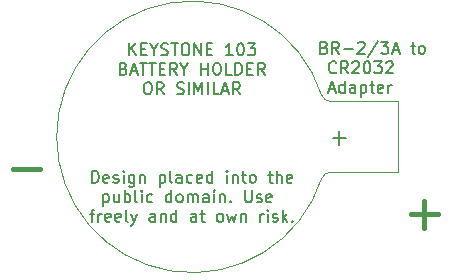
<source format=gto>
%TF.GenerationSoftware,KiCad,Pcbnew,(5.1.9)-1*%
%TF.CreationDate,2021-07-26T22:04:17+08:00*%
%TF.ProjectId,BR-2slash3A,42522d32-736c-4617-9368-33412e6b6963,rev?*%
%TF.SameCoordinates,Original*%
%TF.FileFunction,Legend,Top*%
%TF.FilePolarity,Positive*%
%FSLAX46Y46*%
G04 Gerber Fmt 4.6, Leading zero omitted, Abs format (unit mm)*
G04 Created by KiCad (PCBNEW (5.1.9)-1) date 2021-07-26 22:04:17*
%MOMM*%
%LPD*%
G01*
G04 APERTURE LIST*
%ADD10C,0.150000*%
%ADD11C,0.450000*%
%ADD12C,0.120000*%
G04 APERTURE END LIST*
D10*
X124262619Y-88972380D02*
X124262619Y-87972380D01*
X124500714Y-87972380D01*
X124643571Y-88020000D01*
X124738809Y-88115238D01*
X124786428Y-88210476D01*
X124834047Y-88400952D01*
X124834047Y-88543809D01*
X124786428Y-88734285D01*
X124738809Y-88829523D01*
X124643571Y-88924761D01*
X124500714Y-88972380D01*
X124262619Y-88972380D01*
X125643571Y-88924761D02*
X125548333Y-88972380D01*
X125357857Y-88972380D01*
X125262619Y-88924761D01*
X125215000Y-88829523D01*
X125215000Y-88448571D01*
X125262619Y-88353333D01*
X125357857Y-88305714D01*
X125548333Y-88305714D01*
X125643571Y-88353333D01*
X125691190Y-88448571D01*
X125691190Y-88543809D01*
X125215000Y-88639047D01*
X126072142Y-88924761D02*
X126167380Y-88972380D01*
X126357857Y-88972380D01*
X126453095Y-88924761D01*
X126500714Y-88829523D01*
X126500714Y-88781904D01*
X126453095Y-88686666D01*
X126357857Y-88639047D01*
X126215000Y-88639047D01*
X126119761Y-88591428D01*
X126072142Y-88496190D01*
X126072142Y-88448571D01*
X126119761Y-88353333D01*
X126215000Y-88305714D01*
X126357857Y-88305714D01*
X126453095Y-88353333D01*
X126929285Y-88972380D02*
X126929285Y-88305714D01*
X126929285Y-87972380D02*
X126881666Y-88020000D01*
X126929285Y-88067619D01*
X126976904Y-88020000D01*
X126929285Y-87972380D01*
X126929285Y-88067619D01*
X127834047Y-88305714D02*
X127834047Y-89115238D01*
X127786428Y-89210476D01*
X127738809Y-89258095D01*
X127643571Y-89305714D01*
X127500714Y-89305714D01*
X127405476Y-89258095D01*
X127834047Y-88924761D02*
X127738809Y-88972380D01*
X127548333Y-88972380D01*
X127453095Y-88924761D01*
X127405476Y-88877142D01*
X127357857Y-88781904D01*
X127357857Y-88496190D01*
X127405476Y-88400952D01*
X127453095Y-88353333D01*
X127548333Y-88305714D01*
X127738809Y-88305714D01*
X127834047Y-88353333D01*
X128310238Y-88305714D02*
X128310238Y-88972380D01*
X128310238Y-88400952D02*
X128357857Y-88353333D01*
X128453095Y-88305714D01*
X128595952Y-88305714D01*
X128691190Y-88353333D01*
X128738809Y-88448571D01*
X128738809Y-88972380D01*
X129976904Y-88305714D02*
X129976904Y-89305714D01*
X129976904Y-88353333D02*
X130072142Y-88305714D01*
X130262619Y-88305714D01*
X130357857Y-88353333D01*
X130405476Y-88400952D01*
X130453095Y-88496190D01*
X130453095Y-88781904D01*
X130405476Y-88877142D01*
X130357857Y-88924761D01*
X130262619Y-88972380D01*
X130072142Y-88972380D01*
X129976904Y-88924761D01*
X131024523Y-88972380D02*
X130929285Y-88924761D01*
X130881666Y-88829523D01*
X130881666Y-87972380D01*
X131834047Y-88972380D02*
X131834047Y-88448571D01*
X131786428Y-88353333D01*
X131691190Y-88305714D01*
X131500714Y-88305714D01*
X131405476Y-88353333D01*
X131834047Y-88924761D02*
X131738809Y-88972380D01*
X131500714Y-88972380D01*
X131405476Y-88924761D01*
X131357857Y-88829523D01*
X131357857Y-88734285D01*
X131405476Y-88639047D01*
X131500714Y-88591428D01*
X131738809Y-88591428D01*
X131834047Y-88543809D01*
X132738809Y-88924761D02*
X132643571Y-88972380D01*
X132453095Y-88972380D01*
X132357857Y-88924761D01*
X132310238Y-88877142D01*
X132262619Y-88781904D01*
X132262619Y-88496190D01*
X132310238Y-88400952D01*
X132357857Y-88353333D01*
X132453095Y-88305714D01*
X132643571Y-88305714D01*
X132738809Y-88353333D01*
X133548333Y-88924761D02*
X133453095Y-88972380D01*
X133262619Y-88972380D01*
X133167380Y-88924761D01*
X133119761Y-88829523D01*
X133119761Y-88448571D01*
X133167380Y-88353333D01*
X133262619Y-88305714D01*
X133453095Y-88305714D01*
X133548333Y-88353333D01*
X133595952Y-88448571D01*
X133595952Y-88543809D01*
X133119761Y-88639047D01*
X134453095Y-88972380D02*
X134453095Y-87972380D01*
X134453095Y-88924761D02*
X134357857Y-88972380D01*
X134167380Y-88972380D01*
X134072142Y-88924761D01*
X134024523Y-88877142D01*
X133976904Y-88781904D01*
X133976904Y-88496190D01*
X134024523Y-88400952D01*
X134072142Y-88353333D01*
X134167380Y-88305714D01*
X134357857Y-88305714D01*
X134453095Y-88353333D01*
X135691190Y-88972380D02*
X135691190Y-88305714D01*
X135691190Y-87972380D02*
X135643571Y-88020000D01*
X135691190Y-88067619D01*
X135738809Y-88020000D01*
X135691190Y-87972380D01*
X135691190Y-88067619D01*
X136167380Y-88305714D02*
X136167380Y-88972380D01*
X136167380Y-88400952D02*
X136215000Y-88353333D01*
X136310238Y-88305714D01*
X136453095Y-88305714D01*
X136548333Y-88353333D01*
X136595952Y-88448571D01*
X136595952Y-88972380D01*
X136929285Y-88305714D02*
X137310238Y-88305714D01*
X137072142Y-87972380D02*
X137072142Y-88829523D01*
X137119761Y-88924761D01*
X137215000Y-88972380D01*
X137310238Y-88972380D01*
X137786428Y-88972380D02*
X137691190Y-88924761D01*
X137643571Y-88877142D01*
X137595952Y-88781904D01*
X137595952Y-88496190D01*
X137643571Y-88400952D01*
X137691190Y-88353333D01*
X137786428Y-88305714D01*
X137929285Y-88305714D01*
X138024523Y-88353333D01*
X138072142Y-88400952D01*
X138119761Y-88496190D01*
X138119761Y-88781904D01*
X138072142Y-88877142D01*
X138024523Y-88924761D01*
X137929285Y-88972380D01*
X137786428Y-88972380D01*
X139167380Y-88305714D02*
X139548333Y-88305714D01*
X139310238Y-87972380D02*
X139310238Y-88829523D01*
X139357857Y-88924761D01*
X139453095Y-88972380D01*
X139548333Y-88972380D01*
X139881666Y-88972380D02*
X139881666Y-87972380D01*
X140310238Y-88972380D02*
X140310238Y-88448571D01*
X140262619Y-88353333D01*
X140167380Y-88305714D01*
X140024523Y-88305714D01*
X139929285Y-88353333D01*
X139881666Y-88400952D01*
X141167380Y-88924761D02*
X141072142Y-88972380D01*
X140881666Y-88972380D01*
X140786428Y-88924761D01*
X140738809Y-88829523D01*
X140738809Y-88448571D01*
X140786428Y-88353333D01*
X140881666Y-88305714D01*
X141072142Y-88305714D01*
X141167380Y-88353333D01*
X141215000Y-88448571D01*
X141215000Y-88543809D01*
X140738809Y-88639047D01*
X125215000Y-89955714D02*
X125215000Y-90955714D01*
X125215000Y-90003333D02*
X125310238Y-89955714D01*
X125500714Y-89955714D01*
X125595952Y-90003333D01*
X125643571Y-90050952D01*
X125691190Y-90146190D01*
X125691190Y-90431904D01*
X125643571Y-90527142D01*
X125595952Y-90574761D01*
X125500714Y-90622380D01*
X125310238Y-90622380D01*
X125215000Y-90574761D01*
X126548333Y-89955714D02*
X126548333Y-90622380D01*
X126119761Y-89955714D02*
X126119761Y-90479523D01*
X126167380Y-90574761D01*
X126262619Y-90622380D01*
X126405476Y-90622380D01*
X126500714Y-90574761D01*
X126548333Y-90527142D01*
X127024523Y-90622380D02*
X127024523Y-89622380D01*
X127024523Y-90003333D02*
X127119761Y-89955714D01*
X127310238Y-89955714D01*
X127405476Y-90003333D01*
X127453095Y-90050952D01*
X127500714Y-90146190D01*
X127500714Y-90431904D01*
X127453095Y-90527142D01*
X127405476Y-90574761D01*
X127310238Y-90622380D01*
X127119761Y-90622380D01*
X127024523Y-90574761D01*
X128072142Y-90622380D02*
X127976904Y-90574761D01*
X127929285Y-90479523D01*
X127929285Y-89622380D01*
X128453095Y-90622380D02*
X128453095Y-89955714D01*
X128453095Y-89622380D02*
X128405476Y-89670000D01*
X128453095Y-89717619D01*
X128500714Y-89670000D01*
X128453095Y-89622380D01*
X128453095Y-89717619D01*
X129357857Y-90574761D02*
X129262619Y-90622380D01*
X129072142Y-90622380D01*
X128976904Y-90574761D01*
X128929285Y-90527142D01*
X128881666Y-90431904D01*
X128881666Y-90146190D01*
X128929285Y-90050952D01*
X128976904Y-90003333D01*
X129072142Y-89955714D01*
X129262619Y-89955714D01*
X129357857Y-90003333D01*
X130976904Y-90622380D02*
X130976904Y-89622380D01*
X130976904Y-90574761D02*
X130881666Y-90622380D01*
X130691190Y-90622380D01*
X130595952Y-90574761D01*
X130548333Y-90527142D01*
X130500714Y-90431904D01*
X130500714Y-90146190D01*
X130548333Y-90050952D01*
X130595952Y-90003333D01*
X130691190Y-89955714D01*
X130881666Y-89955714D01*
X130976904Y-90003333D01*
X131595952Y-90622380D02*
X131500714Y-90574761D01*
X131453095Y-90527142D01*
X131405476Y-90431904D01*
X131405476Y-90146190D01*
X131453095Y-90050952D01*
X131500714Y-90003333D01*
X131595952Y-89955714D01*
X131738809Y-89955714D01*
X131834047Y-90003333D01*
X131881666Y-90050952D01*
X131929285Y-90146190D01*
X131929285Y-90431904D01*
X131881666Y-90527142D01*
X131834047Y-90574761D01*
X131738809Y-90622380D01*
X131595952Y-90622380D01*
X132357857Y-90622380D02*
X132357857Y-89955714D01*
X132357857Y-90050952D02*
X132405476Y-90003333D01*
X132500714Y-89955714D01*
X132643571Y-89955714D01*
X132738809Y-90003333D01*
X132786428Y-90098571D01*
X132786428Y-90622380D01*
X132786428Y-90098571D02*
X132834047Y-90003333D01*
X132929285Y-89955714D01*
X133072142Y-89955714D01*
X133167380Y-90003333D01*
X133215000Y-90098571D01*
X133215000Y-90622380D01*
X134119761Y-90622380D02*
X134119761Y-90098571D01*
X134072142Y-90003333D01*
X133976904Y-89955714D01*
X133786428Y-89955714D01*
X133691190Y-90003333D01*
X134119761Y-90574761D02*
X134024523Y-90622380D01*
X133786428Y-90622380D01*
X133691190Y-90574761D01*
X133643571Y-90479523D01*
X133643571Y-90384285D01*
X133691190Y-90289047D01*
X133786428Y-90241428D01*
X134024523Y-90241428D01*
X134119761Y-90193809D01*
X134595952Y-90622380D02*
X134595952Y-89955714D01*
X134595952Y-89622380D02*
X134548333Y-89670000D01*
X134595952Y-89717619D01*
X134643571Y-89670000D01*
X134595952Y-89622380D01*
X134595952Y-89717619D01*
X135072142Y-89955714D02*
X135072142Y-90622380D01*
X135072142Y-90050952D02*
X135119761Y-90003333D01*
X135215000Y-89955714D01*
X135357857Y-89955714D01*
X135453095Y-90003333D01*
X135500714Y-90098571D01*
X135500714Y-90622380D01*
X135976904Y-90527142D02*
X136024523Y-90574761D01*
X135976904Y-90622380D01*
X135929285Y-90574761D01*
X135976904Y-90527142D01*
X135976904Y-90622380D01*
X137215000Y-89622380D02*
X137215000Y-90431904D01*
X137262619Y-90527142D01*
X137310238Y-90574761D01*
X137405476Y-90622380D01*
X137595952Y-90622380D01*
X137691190Y-90574761D01*
X137738809Y-90527142D01*
X137786428Y-90431904D01*
X137786428Y-89622380D01*
X138215000Y-90574761D02*
X138310238Y-90622380D01*
X138500714Y-90622380D01*
X138595952Y-90574761D01*
X138643571Y-90479523D01*
X138643571Y-90431904D01*
X138595952Y-90336666D01*
X138500714Y-90289047D01*
X138357857Y-90289047D01*
X138262619Y-90241428D01*
X138215000Y-90146190D01*
X138215000Y-90098571D01*
X138262619Y-90003333D01*
X138357857Y-89955714D01*
X138500714Y-89955714D01*
X138595952Y-90003333D01*
X139453095Y-90574761D02*
X139357857Y-90622380D01*
X139167380Y-90622380D01*
X139072142Y-90574761D01*
X139024523Y-90479523D01*
X139024523Y-90098571D01*
X139072142Y-90003333D01*
X139167380Y-89955714D01*
X139357857Y-89955714D01*
X139453095Y-90003333D01*
X139500714Y-90098571D01*
X139500714Y-90193809D01*
X139024523Y-90289047D01*
X124072142Y-91605714D02*
X124453095Y-91605714D01*
X124215000Y-92272380D02*
X124215000Y-91415238D01*
X124262619Y-91320000D01*
X124357857Y-91272380D01*
X124453095Y-91272380D01*
X124786428Y-92272380D02*
X124786428Y-91605714D01*
X124786428Y-91796190D02*
X124834047Y-91700952D01*
X124881666Y-91653333D01*
X124976904Y-91605714D01*
X125072142Y-91605714D01*
X125786428Y-92224761D02*
X125691190Y-92272380D01*
X125500714Y-92272380D01*
X125405476Y-92224761D01*
X125357857Y-92129523D01*
X125357857Y-91748571D01*
X125405476Y-91653333D01*
X125500714Y-91605714D01*
X125691190Y-91605714D01*
X125786428Y-91653333D01*
X125834047Y-91748571D01*
X125834047Y-91843809D01*
X125357857Y-91939047D01*
X126643571Y-92224761D02*
X126548333Y-92272380D01*
X126357857Y-92272380D01*
X126262619Y-92224761D01*
X126215000Y-92129523D01*
X126215000Y-91748571D01*
X126262619Y-91653333D01*
X126357857Y-91605714D01*
X126548333Y-91605714D01*
X126643571Y-91653333D01*
X126691190Y-91748571D01*
X126691190Y-91843809D01*
X126215000Y-91939047D01*
X127262619Y-92272380D02*
X127167380Y-92224761D01*
X127119761Y-92129523D01*
X127119761Y-91272380D01*
X127548333Y-91605714D02*
X127786428Y-92272380D01*
X128024523Y-91605714D02*
X127786428Y-92272380D01*
X127691190Y-92510476D01*
X127643571Y-92558095D01*
X127548333Y-92605714D01*
X129595952Y-92272380D02*
X129595952Y-91748571D01*
X129548333Y-91653333D01*
X129453095Y-91605714D01*
X129262619Y-91605714D01*
X129167380Y-91653333D01*
X129595952Y-92224761D02*
X129500714Y-92272380D01*
X129262619Y-92272380D01*
X129167380Y-92224761D01*
X129119761Y-92129523D01*
X129119761Y-92034285D01*
X129167380Y-91939047D01*
X129262619Y-91891428D01*
X129500714Y-91891428D01*
X129595952Y-91843809D01*
X130072142Y-91605714D02*
X130072142Y-92272380D01*
X130072142Y-91700952D02*
X130119761Y-91653333D01*
X130215000Y-91605714D01*
X130357857Y-91605714D01*
X130453095Y-91653333D01*
X130500714Y-91748571D01*
X130500714Y-92272380D01*
X131405476Y-92272380D02*
X131405476Y-91272380D01*
X131405476Y-92224761D02*
X131310238Y-92272380D01*
X131119761Y-92272380D01*
X131024523Y-92224761D01*
X130976904Y-92177142D01*
X130929285Y-92081904D01*
X130929285Y-91796190D01*
X130976904Y-91700952D01*
X131024523Y-91653333D01*
X131119761Y-91605714D01*
X131310238Y-91605714D01*
X131405476Y-91653333D01*
X133072142Y-92272380D02*
X133072142Y-91748571D01*
X133024523Y-91653333D01*
X132929285Y-91605714D01*
X132738809Y-91605714D01*
X132643571Y-91653333D01*
X133072142Y-92224761D02*
X132976904Y-92272380D01*
X132738809Y-92272380D01*
X132643571Y-92224761D01*
X132595952Y-92129523D01*
X132595952Y-92034285D01*
X132643571Y-91939047D01*
X132738809Y-91891428D01*
X132976904Y-91891428D01*
X133072142Y-91843809D01*
X133405476Y-91605714D02*
X133786428Y-91605714D01*
X133548333Y-91272380D02*
X133548333Y-92129523D01*
X133595952Y-92224761D01*
X133691190Y-92272380D01*
X133786428Y-92272380D01*
X135024523Y-92272380D02*
X134929285Y-92224761D01*
X134881666Y-92177142D01*
X134834047Y-92081904D01*
X134834047Y-91796190D01*
X134881666Y-91700952D01*
X134929285Y-91653333D01*
X135024523Y-91605714D01*
X135167380Y-91605714D01*
X135262619Y-91653333D01*
X135310238Y-91700952D01*
X135357857Y-91796190D01*
X135357857Y-92081904D01*
X135310238Y-92177142D01*
X135262619Y-92224761D01*
X135167380Y-92272380D01*
X135024523Y-92272380D01*
X135691190Y-91605714D02*
X135881666Y-92272380D01*
X136072142Y-91796190D01*
X136262619Y-92272380D01*
X136453095Y-91605714D01*
X136834047Y-91605714D02*
X136834047Y-92272380D01*
X136834047Y-91700952D02*
X136881666Y-91653333D01*
X136976904Y-91605714D01*
X137119761Y-91605714D01*
X137215000Y-91653333D01*
X137262619Y-91748571D01*
X137262619Y-92272380D01*
X138500714Y-92272380D02*
X138500714Y-91605714D01*
X138500714Y-91796190D02*
X138548333Y-91700952D01*
X138595952Y-91653333D01*
X138691190Y-91605714D01*
X138786428Y-91605714D01*
X139119761Y-92272380D02*
X139119761Y-91605714D01*
X139119761Y-91272380D02*
X139072142Y-91320000D01*
X139119761Y-91367619D01*
X139167380Y-91320000D01*
X139119761Y-91272380D01*
X139119761Y-91367619D01*
X139548333Y-92224761D02*
X139643571Y-92272380D01*
X139834047Y-92272380D01*
X139929285Y-92224761D01*
X139976904Y-92129523D01*
X139976904Y-92081904D01*
X139929285Y-91986666D01*
X139834047Y-91939047D01*
X139691190Y-91939047D01*
X139595952Y-91891428D01*
X139548333Y-91796190D01*
X139548333Y-91748571D01*
X139595952Y-91653333D01*
X139691190Y-91605714D01*
X139834047Y-91605714D01*
X139929285Y-91653333D01*
X140405476Y-92272380D02*
X140405476Y-91272380D01*
X140500714Y-91891428D02*
X140786428Y-92272380D01*
X140786428Y-91605714D02*
X140405476Y-91986666D01*
X141215000Y-92177142D02*
X141262619Y-92224761D01*
X141215000Y-92272380D01*
X141167380Y-92224761D01*
X141215000Y-92177142D01*
X141215000Y-92272380D01*
X143924928Y-77526571D02*
X144067785Y-77574190D01*
X144115404Y-77621809D01*
X144163023Y-77717047D01*
X144163023Y-77859904D01*
X144115404Y-77955142D01*
X144067785Y-78002761D01*
X143972547Y-78050380D01*
X143591595Y-78050380D01*
X143591595Y-77050380D01*
X143924928Y-77050380D01*
X144020166Y-77098000D01*
X144067785Y-77145619D01*
X144115404Y-77240857D01*
X144115404Y-77336095D01*
X144067785Y-77431333D01*
X144020166Y-77478952D01*
X143924928Y-77526571D01*
X143591595Y-77526571D01*
X145163023Y-78050380D02*
X144829690Y-77574190D01*
X144591595Y-78050380D02*
X144591595Y-77050380D01*
X144972547Y-77050380D01*
X145067785Y-77098000D01*
X145115404Y-77145619D01*
X145163023Y-77240857D01*
X145163023Y-77383714D01*
X145115404Y-77478952D01*
X145067785Y-77526571D01*
X144972547Y-77574190D01*
X144591595Y-77574190D01*
X145591595Y-77669428D02*
X146353500Y-77669428D01*
X146782071Y-77145619D02*
X146829690Y-77098000D01*
X146924928Y-77050380D01*
X147163023Y-77050380D01*
X147258261Y-77098000D01*
X147305880Y-77145619D01*
X147353500Y-77240857D01*
X147353500Y-77336095D01*
X147305880Y-77478952D01*
X146734452Y-78050380D01*
X147353500Y-78050380D01*
X148496357Y-77002761D02*
X147639214Y-78288476D01*
X148734452Y-77050380D02*
X149353500Y-77050380D01*
X149020166Y-77431333D01*
X149163023Y-77431333D01*
X149258261Y-77478952D01*
X149305880Y-77526571D01*
X149353500Y-77621809D01*
X149353500Y-77859904D01*
X149305880Y-77955142D01*
X149258261Y-78002761D01*
X149163023Y-78050380D01*
X148877309Y-78050380D01*
X148782071Y-78002761D01*
X148734452Y-77955142D01*
X149734452Y-77764666D02*
X150210642Y-77764666D01*
X149639214Y-78050380D02*
X149972547Y-77050380D01*
X150305880Y-78050380D01*
X151258261Y-77383714D02*
X151639214Y-77383714D01*
X151401119Y-77050380D02*
X151401119Y-77907523D01*
X151448738Y-78002761D01*
X151543976Y-78050380D01*
X151639214Y-78050380D01*
X152115404Y-78050380D02*
X152020166Y-78002761D01*
X151972547Y-77955142D01*
X151924928Y-77859904D01*
X151924928Y-77574190D01*
X151972547Y-77478952D01*
X152020166Y-77431333D01*
X152115404Y-77383714D01*
X152258261Y-77383714D01*
X152353500Y-77431333D01*
X152401119Y-77478952D01*
X152448738Y-77574190D01*
X152448738Y-77859904D01*
X152401119Y-77955142D01*
X152353500Y-78002761D01*
X152258261Y-78050380D01*
X152115404Y-78050380D01*
X144924928Y-79605142D02*
X144877309Y-79652761D01*
X144734452Y-79700380D01*
X144639214Y-79700380D01*
X144496357Y-79652761D01*
X144401119Y-79557523D01*
X144353500Y-79462285D01*
X144305880Y-79271809D01*
X144305880Y-79128952D01*
X144353500Y-78938476D01*
X144401119Y-78843238D01*
X144496357Y-78748000D01*
X144639214Y-78700380D01*
X144734452Y-78700380D01*
X144877309Y-78748000D01*
X144924928Y-78795619D01*
X145924928Y-79700380D02*
X145591595Y-79224190D01*
X145353500Y-79700380D02*
X145353500Y-78700380D01*
X145734452Y-78700380D01*
X145829690Y-78748000D01*
X145877309Y-78795619D01*
X145924928Y-78890857D01*
X145924928Y-79033714D01*
X145877309Y-79128952D01*
X145829690Y-79176571D01*
X145734452Y-79224190D01*
X145353500Y-79224190D01*
X146305880Y-78795619D02*
X146353500Y-78748000D01*
X146448738Y-78700380D01*
X146686833Y-78700380D01*
X146782071Y-78748000D01*
X146829690Y-78795619D01*
X146877309Y-78890857D01*
X146877309Y-78986095D01*
X146829690Y-79128952D01*
X146258261Y-79700380D01*
X146877309Y-79700380D01*
X147496357Y-78700380D02*
X147591595Y-78700380D01*
X147686833Y-78748000D01*
X147734452Y-78795619D01*
X147782071Y-78890857D01*
X147829690Y-79081333D01*
X147829690Y-79319428D01*
X147782071Y-79509904D01*
X147734452Y-79605142D01*
X147686833Y-79652761D01*
X147591595Y-79700380D01*
X147496357Y-79700380D01*
X147401119Y-79652761D01*
X147353500Y-79605142D01*
X147305880Y-79509904D01*
X147258261Y-79319428D01*
X147258261Y-79081333D01*
X147305880Y-78890857D01*
X147353500Y-78795619D01*
X147401119Y-78748000D01*
X147496357Y-78700380D01*
X148163023Y-78700380D02*
X148782071Y-78700380D01*
X148448738Y-79081333D01*
X148591595Y-79081333D01*
X148686833Y-79128952D01*
X148734452Y-79176571D01*
X148782071Y-79271809D01*
X148782071Y-79509904D01*
X148734452Y-79605142D01*
X148686833Y-79652761D01*
X148591595Y-79700380D01*
X148305880Y-79700380D01*
X148210642Y-79652761D01*
X148163023Y-79605142D01*
X149163023Y-78795619D02*
X149210642Y-78748000D01*
X149305880Y-78700380D01*
X149543976Y-78700380D01*
X149639214Y-78748000D01*
X149686833Y-78795619D01*
X149734452Y-78890857D01*
X149734452Y-78986095D01*
X149686833Y-79128952D01*
X149115404Y-79700380D01*
X149734452Y-79700380D01*
X144305880Y-81064666D02*
X144782071Y-81064666D01*
X144210642Y-81350380D02*
X144543976Y-80350380D01*
X144877309Y-81350380D01*
X145639214Y-81350380D02*
X145639214Y-80350380D01*
X145639214Y-81302761D02*
X145543976Y-81350380D01*
X145353500Y-81350380D01*
X145258261Y-81302761D01*
X145210642Y-81255142D01*
X145163023Y-81159904D01*
X145163023Y-80874190D01*
X145210642Y-80778952D01*
X145258261Y-80731333D01*
X145353500Y-80683714D01*
X145543976Y-80683714D01*
X145639214Y-80731333D01*
X146543976Y-81350380D02*
X146543976Y-80826571D01*
X146496357Y-80731333D01*
X146401119Y-80683714D01*
X146210642Y-80683714D01*
X146115404Y-80731333D01*
X146543976Y-81302761D02*
X146448738Y-81350380D01*
X146210642Y-81350380D01*
X146115404Y-81302761D01*
X146067785Y-81207523D01*
X146067785Y-81112285D01*
X146115404Y-81017047D01*
X146210642Y-80969428D01*
X146448738Y-80969428D01*
X146543976Y-80921809D01*
X147020166Y-80683714D02*
X147020166Y-81683714D01*
X147020166Y-80731333D02*
X147115404Y-80683714D01*
X147305880Y-80683714D01*
X147401119Y-80731333D01*
X147448738Y-80778952D01*
X147496357Y-80874190D01*
X147496357Y-81159904D01*
X147448738Y-81255142D01*
X147401119Y-81302761D01*
X147305880Y-81350380D01*
X147115404Y-81350380D01*
X147020166Y-81302761D01*
X147782071Y-80683714D02*
X148163023Y-80683714D01*
X147924928Y-80350380D02*
X147924928Y-81207523D01*
X147972547Y-81302761D01*
X148067785Y-81350380D01*
X148163023Y-81350380D01*
X148877309Y-81302761D02*
X148782071Y-81350380D01*
X148591595Y-81350380D01*
X148496357Y-81302761D01*
X148448738Y-81207523D01*
X148448738Y-80826571D01*
X148496357Y-80731333D01*
X148591595Y-80683714D01*
X148782071Y-80683714D01*
X148877309Y-80731333D01*
X148924928Y-80826571D01*
X148924928Y-80921809D01*
X148448738Y-81017047D01*
X149353500Y-81350380D02*
X149353500Y-80683714D01*
X149353500Y-80874190D02*
X149401119Y-80778952D01*
X149448738Y-80731333D01*
X149543976Y-80683714D01*
X149639214Y-80683714D01*
D11*
X117602142Y-87844285D02*
X119887857Y-87844285D01*
X151257142Y-91654285D02*
X153542857Y-91654285D01*
X152400000Y-92797142D02*
X152400000Y-90511428D01*
D10*
X127405476Y-78177380D02*
X127405476Y-77177380D01*
X127976904Y-78177380D02*
X127548333Y-77605952D01*
X127976904Y-77177380D02*
X127405476Y-77748809D01*
X128405476Y-77653571D02*
X128738809Y-77653571D01*
X128881666Y-78177380D02*
X128405476Y-78177380D01*
X128405476Y-77177380D01*
X128881666Y-77177380D01*
X129500714Y-77701190D02*
X129500714Y-78177380D01*
X129167380Y-77177380D02*
X129500714Y-77701190D01*
X129834047Y-77177380D01*
X130119761Y-78129761D02*
X130262619Y-78177380D01*
X130500714Y-78177380D01*
X130595952Y-78129761D01*
X130643571Y-78082142D01*
X130691190Y-77986904D01*
X130691190Y-77891666D01*
X130643571Y-77796428D01*
X130595952Y-77748809D01*
X130500714Y-77701190D01*
X130310238Y-77653571D01*
X130215000Y-77605952D01*
X130167380Y-77558333D01*
X130119761Y-77463095D01*
X130119761Y-77367857D01*
X130167380Y-77272619D01*
X130215000Y-77225000D01*
X130310238Y-77177380D01*
X130548333Y-77177380D01*
X130691190Y-77225000D01*
X130976904Y-77177380D02*
X131548333Y-77177380D01*
X131262619Y-78177380D02*
X131262619Y-77177380D01*
X132072142Y-77177380D02*
X132262619Y-77177380D01*
X132357857Y-77225000D01*
X132453095Y-77320238D01*
X132500714Y-77510714D01*
X132500714Y-77844047D01*
X132453095Y-78034523D01*
X132357857Y-78129761D01*
X132262619Y-78177380D01*
X132072142Y-78177380D01*
X131976904Y-78129761D01*
X131881666Y-78034523D01*
X131834047Y-77844047D01*
X131834047Y-77510714D01*
X131881666Y-77320238D01*
X131976904Y-77225000D01*
X132072142Y-77177380D01*
X132929285Y-78177380D02*
X132929285Y-77177380D01*
X133500714Y-78177380D01*
X133500714Y-77177380D01*
X133976904Y-77653571D02*
X134310238Y-77653571D01*
X134453095Y-78177380D02*
X133976904Y-78177380D01*
X133976904Y-77177380D01*
X134453095Y-77177380D01*
X136167380Y-78177380D02*
X135595952Y-78177380D01*
X135881666Y-78177380D02*
X135881666Y-77177380D01*
X135786428Y-77320238D01*
X135691190Y-77415476D01*
X135595952Y-77463095D01*
X136786428Y-77177380D02*
X136881666Y-77177380D01*
X136976904Y-77225000D01*
X137024523Y-77272619D01*
X137072142Y-77367857D01*
X137119761Y-77558333D01*
X137119761Y-77796428D01*
X137072142Y-77986904D01*
X137024523Y-78082142D01*
X136976904Y-78129761D01*
X136881666Y-78177380D01*
X136786428Y-78177380D01*
X136691190Y-78129761D01*
X136643571Y-78082142D01*
X136595952Y-77986904D01*
X136548333Y-77796428D01*
X136548333Y-77558333D01*
X136595952Y-77367857D01*
X136643571Y-77272619D01*
X136691190Y-77225000D01*
X136786428Y-77177380D01*
X137453095Y-77177380D02*
X138072142Y-77177380D01*
X137738809Y-77558333D01*
X137881666Y-77558333D01*
X137976904Y-77605952D01*
X138024523Y-77653571D01*
X138072142Y-77748809D01*
X138072142Y-77986904D01*
X138024523Y-78082142D01*
X137976904Y-78129761D01*
X137881666Y-78177380D01*
X137595952Y-78177380D01*
X137500714Y-78129761D01*
X137453095Y-78082142D01*
X126929285Y-79303571D02*
X127072142Y-79351190D01*
X127119761Y-79398809D01*
X127167380Y-79494047D01*
X127167380Y-79636904D01*
X127119761Y-79732142D01*
X127072142Y-79779761D01*
X126976904Y-79827380D01*
X126595952Y-79827380D01*
X126595952Y-78827380D01*
X126929285Y-78827380D01*
X127024523Y-78875000D01*
X127072142Y-78922619D01*
X127119761Y-79017857D01*
X127119761Y-79113095D01*
X127072142Y-79208333D01*
X127024523Y-79255952D01*
X126929285Y-79303571D01*
X126595952Y-79303571D01*
X127548333Y-79541666D02*
X128024523Y-79541666D01*
X127453095Y-79827380D02*
X127786428Y-78827380D01*
X128119761Y-79827380D01*
X128310238Y-78827380D02*
X128881666Y-78827380D01*
X128595952Y-79827380D02*
X128595952Y-78827380D01*
X129072142Y-78827380D02*
X129643571Y-78827380D01*
X129357857Y-79827380D02*
X129357857Y-78827380D01*
X129976904Y-79303571D02*
X130310238Y-79303571D01*
X130453095Y-79827380D02*
X129976904Y-79827380D01*
X129976904Y-78827380D01*
X130453095Y-78827380D01*
X131453095Y-79827380D02*
X131119761Y-79351190D01*
X130881666Y-79827380D02*
X130881666Y-78827380D01*
X131262619Y-78827380D01*
X131357857Y-78875000D01*
X131405476Y-78922619D01*
X131453095Y-79017857D01*
X131453095Y-79160714D01*
X131405476Y-79255952D01*
X131357857Y-79303571D01*
X131262619Y-79351190D01*
X130881666Y-79351190D01*
X132072142Y-79351190D02*
X132072142Y-79827380D01*
X131738809Y-78827380D02*
X132072142Y-79351190D01*
X132405476Y-78827380D01*
X133500714Y-79827380D02*
X133500714Y-78827380D01*
X133500714Y-79303571D02*
X134072142Y-79303571D01*
X134072142Y-79827380D02*
X134072142Y-78827380D01*
X134738809Y-78827380D02*
X134929285Y-78827380D01*
X135024523Y-78875000D01*
X135119761Y-78970238D01*
X135167380Y-79160714D01*
X135167380Y-79494047D01*
X135119761Y-79684523D01*
X135024523Y-79779761D01*
X134929285Y-79827380D01*
X134738809Y-79827380D01*
X134643571Y-79779761D01*
X134548333Y-79684523D01*
X134500714Y-79494047D01*
X134500714Y-79160714D01*
X134548333Y-78970238D01*
X134643571Y-78875000D01*
X134738809Y-78827380D01*
X136072142Y-79827380D02*
X135595952Y-79827380D01*
X135595952Y-78827380D01*
X136405476Y-79827380D02*
X136405476Y-78827380D01*
X136643571Y-78827380D01*
X136786428Y-78875000D01*
X136881666Y-78970238D01*
X136929285Y-79065476D01*
X136976904Y-79255952D01*
X136976904Y-79398809D01*
X136929285Y-79589285D01*
X136881666Y-79684523D01*
X136786428Y-79779761D01*
X136643571Y-79827380D01*
X136405476Y-79827380D01*
X137405476Y-79303571D02*
X137738809Y-79303571D01*
X137881666Y-79827380D02*
X137405476Y-79827380D01*
X137405476Y-78827380D01*
X137881666Y-78827380D01*
X138881666Y-79827380D02*
X138548333Y-79351190D01*
X138310238Y-79827380D02*
X138310238Y-78827380D01*
X138691190Y-78827380D01*
X138786428Y-78875000D01*
X138834047Y-78922619D01*
X138881666Y-79017857D01*
X138881666Y-79160714D01*
X138834047Y-79255952D01*
X138786428Y-79303571D01*
X138691190Y-79351190D01*
X138310238Y-79351190D01*
X128881666Y-80477380D02*
X129072142Y-80477380D01*
X129167380Y-80525000D01*
X129262619Y-80620238D01*
X129310238Y-80810714D01*
X129310238Y-81144047D01*
X129262619Y-81334523D01*
X129167380Y-81429761D01*
X129072142Y-81477380D01*
X128881666Y-81477380D01*
X128786428Y-81429761D01*
X128691190Y-81334523D01*
X128643571Y-81144047D01*
X128643571Y-80810714D01*
X128691190Y-80620238D01*
X128786428Y-80525000D01*
X128881666Y-80477380D01*
X130310238Y-81477380D02*
X129976904Y-81001190D01*
X129738809Y-81477380D02*
X129738809Y-80477380D01*
X130119761Y-80477380D01*
X130215000Y-80525000D01*
X130262619Y-80572619D01*
X130310238Y-80667857D01*
X130310238Y-80810714D01*
X130262619Y-80905952D01*
X130215000Y-80953571D01*
X130119761Y-81001190D01*
X129738809Y-81001190D01*
X131453095Y-81429761D02*
X131595952Y-81477380D01*
X131834047Y-81477380D01*
X131929285Y-81429761D01*
X131976904Y-81382142D01*
X132024523Y-81286904D01*
X132024523Y-81191666D01*
X131976904Y-81096428D01*
X131929285Y-81048809D01*
X131834047Y-81001190D01*
X131643571Y-80953571D01*
X131548333Y-80905952D01*
X131500714Y-80858333D01*
X131453095Y-80763095D01*
X131453095Y-80667857D01*
X131500714Y-80572619D01*
X131548333Y-80525000D01*
X131643571Y-80477380D01*
X131881666Y-80477380D01*
X132024523Y-80525000D01*
X132453095Y-81477380D02*
X132453095Y-80477380D01*
X132929285Y-81477380D02*
X132929285Y-80477380D01*
X133262619Y-81191666D01*
X133595952Y-80477380D01*
X133595952Y-81477380D01*
X134072142Y-81477380D02*
X134072142Y-80477380D01*
X135024523Y-81477380D02*
X134548333Y-81477380D01*
X134548333Y-80477380D01*
X135310238Y-81191666D02*
X135786428Y-81191666D01*
X135215000Y-81477380D02*
X135548333Y-80477380D01*
X135881666Y-81477380D01*
X136786428Y-81477380D02*
X136453095Y-81001190D01*
X136215000Y-81477380D02*
X136215000Y-80477380D01*
X136595952Y-80477380D01*
X136691190Y-80525000D01*
X136738809Y-80572619D01*
X136786428Y-80667857D01*
X136786428Y-80810714D01*
X136738809Y-80905952D01*
X136691190Y-80953571D01*
X136595952Y-81001190D01*
X136215000Y-81001190D01*
D12*
%TO.C,BT1*%
X150155000Y-82090000D02*
X144455000Y-82090000D01*
X150155000Y-82090000D02*
X150155000Y-88090000D01*
X150155000Y-88090000D02*
X144455000Y-88090000D01*
X143703246Y-88616384D02*
G75*
G02*
X144455000Y-88090000I751754J-273616D01*
G01*
X121259329Y-85044719D02*
G75*
G03*
X143705000Y-88590000I11495671J-45281D01*
G01*
X143703246Y-81563616D02*
G75*
G03*
X144455000Y-82090000I751754J273616D01*
G01*
X121259329Y-85135281D02*
G75*
G02*
X143705000Y-81590000I11495671J45281D01*
G01*
D10*
X144633571Y-85197142D02*
X145776428Y-85197142D01*
X145205000Y-85768571D02*
X145205000Y-84625714D01*
%TD*%
M02*

</source>
